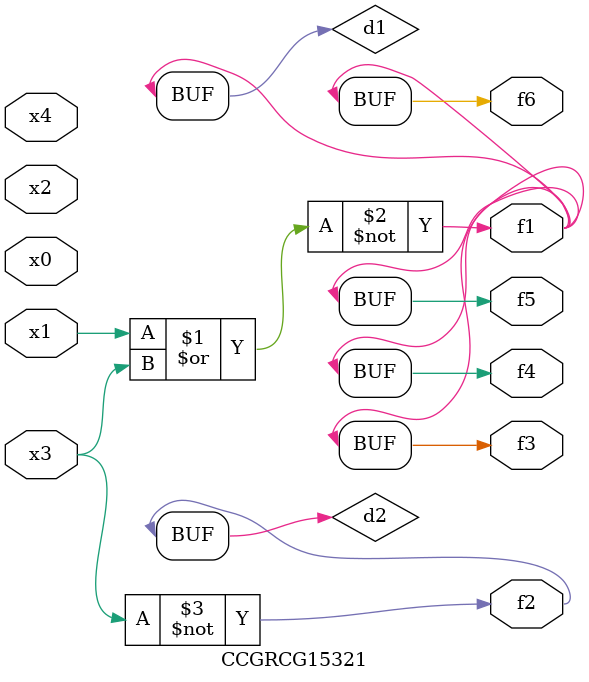
<source format=v>
module CCGRCG15321(
	input x0, x1, x2, x3, x4,
	output f1, f2, f3, f4, f5, f6
);

	wire d1, d2;

	nor (d1, x1, x3);
	not (d2, x3);
	assign f1 = d1;
	assign f2 = d2;
	assign f3 = d1;
	assign f4 = d1;
	assign f5 = d1;
	assign f6 = d1;
endmodule

</source>
